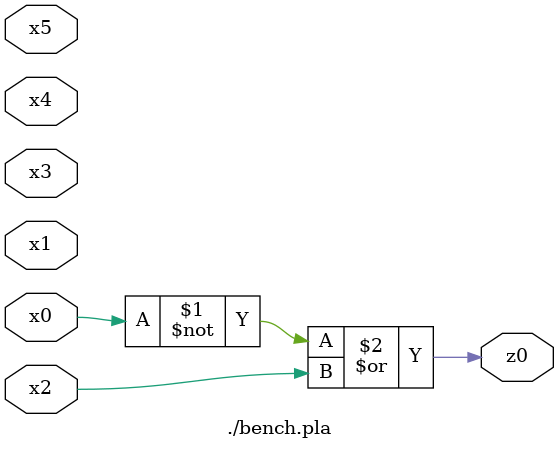
<source format=v>

module \./bench.pla  ( 
    x0, x1, x2, x3, x4, x5,
    z0  );
  input  x0, x1, x2, x3, x4, x5;
  output z0;
  assign z0 = ~x0 | x2;
endmodule



</source>
